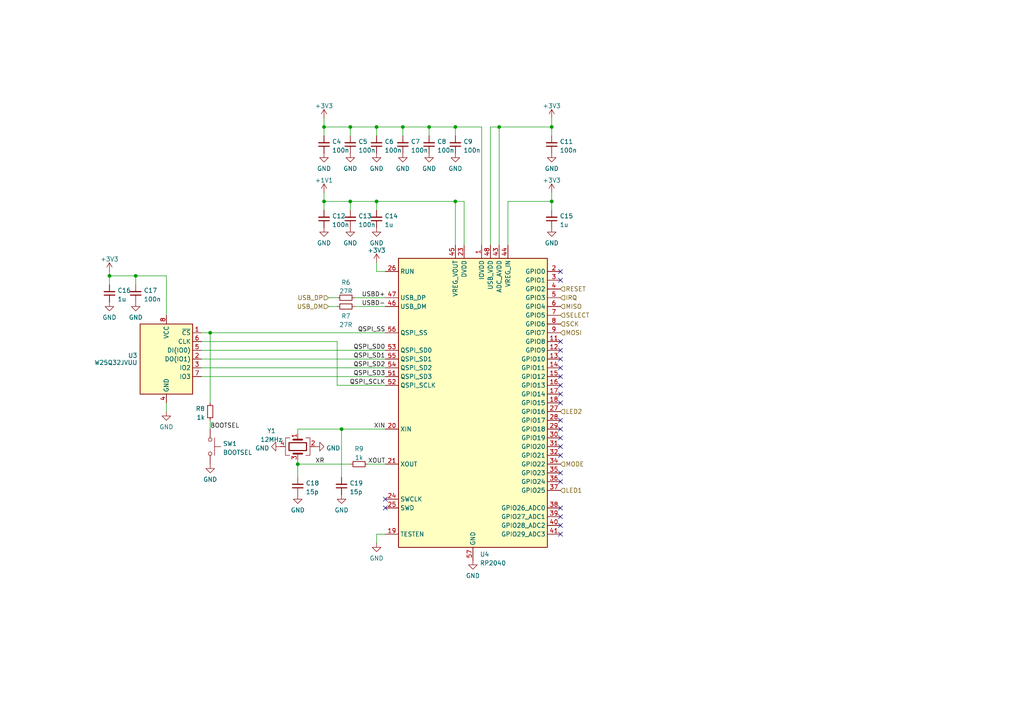
<source format=kicad_sch>
(kicad_sch (version 20230121) (generator eeschema)
  (paper "A4")
  (title_block (title "Bloop NFC Scanner") (date "${DATE}") (rev "${VERSION}"))
  (lib_symbols
    (symbol "Device:C_Small" (pin_numbers hide) (pin_names (offset 0.254) hide)
      (property "Reference" "C" (at 0.254 1.778 0))
      (property "Value" "C_Small" (at 0.254 -2.032 0))
      (symbol "C_Small_0_1"
        (polyline (pts (xy -1.524 -0.508) (xy 1.524 -0.508)) (stroke (width 0.3302)))
        (polyline (pts (xy -1.524 0.508) (xy 1.524 0.508)) (stroke (width 0.3048)))
      )
      (symbol "C_Small_1_1"
        (pin passive line (at 0 2.54 270) (length 2.032) (name "~") (number "1"))
        (pin passive line (at 0 -2.54 90) (length 2.032) (name "~") (number "2"))
      )
    )
    (symbol "Device:Crystal_GND24" (pin_names (offset 1.016) hide)
      (property "Reference" "Y" (at 3.175 5.08 0))
      (property "Value" "Crystal_GND24" (at 3.175 3.175 0))
      (symbol "Crystal_GND24_0_1"
        (rectangle (start -1.143 2.54) (end 1.143 -2.54) (stroke (width 0.3048)))
        (polyline (pts (xy -2.54 0) (xy -2.032 0)))
        (polyline (pts (xy -2.032 -1.27) (xy -2.032 1.27)) (stroke (width 0.508)))
        (polyline (pts (xy 0 -3.81) (xy 0 -3.556)))
        (polyline (pts (xy 0 3.556) (xy 0 3.81)))
        (polyline (pts (xy 2.032 -1.27) (xy 2.032 1.27)) (stroke (width 0.508)))
        (polyline (pts (xy 2.032 0) (xy 2.54 0)))
        (polyline (pts (xy -2.54 -2.286) (xy -2.54 -3.556) (xy 2.54 -3.556) (xy 2.54 -2.286)))
        (polyline (pts (xy -2.54 2.286) (xy -2.54 3.556) (xy 2.54 3.556) (xy 2.54 2.286)))
      )
      (symbol "Crystal_GND24_1_1"
        (pin passive line (at -3.81 0 0) (length 1.27) (name "1") (number "1"))
        (pin passive line (at 0 5.08 270) (length 1.27) (name "2") (number "2"))
        (pin passive line (at 3.81 0 180) (length 1.27) (name "3") (number "3"))
        (pin passive line (at 0 -5.08 90) (length 1.27) (name "4") (number "4"))
      )
    )
    (symbol "Device:R_Small" (pin_numbers hide) (pin_names (offset 0.254) hide)
      (property "Reference" "R" (at 0.762 0.508 0))
      (property "Value" "R_Small" (at 0.762 -1.016 0))
      (symbol "R_Small_0_1"
        (rectangle (start -0.762 1.778) (end 0.762 -1.778) (stroke (width 0.2032)))
      )
      (symbol "R_Small_1_1"
        (pin passive line (at 0 2.54 270) (length 0.762) (name "~") (number "1"))
        (pin passive line (at 0 -2.54 90) (length 0.762) (name "~") (number "2"))
      )
    )
    (symbol "MCU_RaspberryPi:RP2040"
      (property "Reference" "U" (at 17.78 45.72 0))
      (property "Value" "RP2040" (at 17.78 43.18 0))
      (symbol "RP2040_0_1"
        (rectangle (start -21.59 41.91) (end 21.59 -41.91) (stroke (width 0.254)) (fill (type background)))
      )
      (symbol "RP2040_1_1"
        (pin power_in line (at 2.54 45.72 270) (length 3.81) (name "IOVDD") (number "1"))
        (pin passive line (at 2.54 45.72 270) (length 3.81) hide (name "IOVDD") (number "10"))
        (pin bidirectional line (at 25.4 17.78 180) (length 3.81) (name "GPIO8") (number "11"))
        (pin bidirectional line (at 25.4 15.24 180) (length 3.81) (name "GPIO9") (number "12"))
        (pin bidirectional line (at 25.4 12.7 180) (length 3.81) (name "GPIO10") (number "13"))
        (pin bidirectional line (at 25.4 10.16 180) (length 3.81) (name "GPIO11") (number "14"))
        (pin bidirectional line (at 25.4 7.62 180) (length 3.81) (name "GPIO12") (number "15"))
        (pin bidirectional line (at 25.4 5.08 180) (length 3.81) (name "GPIO13") (number "16"))
        (pin bidirectional line (at 25.4 2.54 180) (length 3.81) (name "GPIO14") (number "17"))
        (pin bidirectional line (at 25.4 0 180) (length 3.81) (name "GPIO15") (number "18"))
        (pin input line (at -25.4 -38.1 0) (length 3.81) (name "TESTEN") (number "19"))
        (pin bidirectional line (at 25.4 38.1 180) (length 3.81) (name "GPIO0") (number "2"))
        (pin input line (at -25.4 -7.62 0) (length 3.81) (name "XIN") (number "20"))
        (pin passive line (at -25.4 -17.78 0) (length 3.81) (name "XOUT") (number "21"))
        (pin passive line (at 2.54 45.72 270) (length 3.81) hide (name "IOVDD") (number "22"))
        (pin power_in line (at -2.54 45.72 270) (length 3.81) (name "DVDD") (number "23"))
        (pin input line (at -25.4 -27.94 0) (length 3.81) (name "SWCLK") (number "24"))
        (pin bidirectional line (at -25.4 -30.48 0) (length 3.81) (name "SWD") (number "25"))
        (pin input line (at -25.4 38.1 0) (length 3.81) (name "RUN") (number "26"))
        (pin bidirectional line (at 25.4 -2.54 180) (length 3.81) (name "GPIO16") (number "27"))
        (pin bidirectional line (at 25.4 -5.08 180) (length 3.81) (name "GPIO17") (number "28"))
        (pin bidirectional line (at 25.4 -7.62 180) (length 3.81) (name "GPIO18") (number "29"))
        (pin bidirectional line (at 25.4 35.56 180) (length 3.81) (name "GPIO1") (number "3"))
        (pin bidirectional line (at 25.4 -10.16 180) (length 3.81) (name "GPIO19") (number "30"))
        (pin bidirectional line (at 25.4 -12.7 180) (length 3.81) (name "GPIO20") (number "31"))
        (pin bidirectional line (at 25.4 -15.24 180) (length 3.81) (name "GPIO21") (number "32"))
        (pin passive line (at 2.54 45.72 270) (length 3.81) hide (name "IOVDD") (number "33"))
        (pin bidirectional line (at 25.4 -17.78 180) (length 3.81) (name "GPIO22") (number "34"))
        (pin bidirectional line (at 25.4 -20.32 180) (length 3.81) (name "GPIO23") (number "35"))
        (pin bidirectional line (at 25.4 -22.86 180) (length 3.81) (name "GPIO24") (number "36"))
        (pin bidirectional line (at 25.4 -25.4 180) (length 3.81) (name "GPIO25") (number "37"))
        (pin bidirectional line (at 25.4 -30.48 180) (length 3.81) (name "GPIO26_ADC0") (number "38"))
        (pin bidirectional line (at 25.4 -33.02 180) (length 3.81) (name "GPIO27_ADC1") (number "39"))
        (pin bidirectional line (at 25.4 33.02 180) (length 3.81) (name "GPIO2") (number "4"))
        (pin bidirectional line (at 25.4 -35.56 180) (length 3.81) (name "GPIO28_ADC2") (number "40"))
        (pin bidirectional line (at 25.4 -38.1 180) (length 3.81) (name "GPIO29_ADC3") (number "41"))
        (pin passive line (at 2.54 45.72 270) (length 3.81) hide (name "IOVDD") (number "42"))
        (pin power_in line (at 7.62 45.72 270) (length 3.81) (name "ADC_AVDD") (number "43"))
        (pin power_in line (at 10.16 45.72 270) (length 3.81) (name "VREG_IN") (number "44"))
        (pin power_out line (at -5.08 45.72 270) (length 3.81) (name "VREG_VOUT") (number "45"))
        (pin bidirectional line (at -25.4 27.94 0) (length 3.81) (name "USB_DM") (number "46"))
        (pin bidirectional line (at -25.4 30.48 0) (length 3.81) (name "USB_DP") (number "47"))
        (pin power_in line (at 5.08 45.72 270) (length 3.81) (name "USB_VDD") (number "48"))
        (pin passive line (at 2.54 45.72 270) (length 3.81) hide (name "IOVDD") (number "49"))
        (pin bidirectional line (at 25.4 30.48 180) (length 3.81) (name "GPIO3") (number "5"))
        (pin passive line (at -2.54 45.72 270) (length 3.81) hide (name "DVDD") (number "50"))
        (pin bidirectional line (at -25.4 7.62 0) (length 3.81) (name "QSPI_SD3") (number "51"))
        (pin output line (at -25.4 5.08 0) (length 3.81) (name "QSPI_SCLK") (number "52"))
        (pin bidirectional line (at -25.4 15.24 0) (length 3.81) (name "QSPI_SD0") (number "53"))
        (pin bidirectional line (at -25.4 10.16 0) (length 3.81) (name "QSPI_SD2") (number "54"))
        (pin bidirectional line (at -25.4 12.7 0) (length 3.81) (name "QSPI_SD1") (number "55"))
        (pin bidirectional line (at -25.4 20.32 0) (length 3.81) (name "QSPI_SS") (number "56"))
        (pin power_in line (at 0 -45.72 90) (length 3.81) (name "GND") (number "57"))
        (pin bidirectional line (at 25.4 27.94 180) (length 3.81) (name "GPIO4") (number "6"))
        (pin bidirectional line (at 25.4 25.4 180) (length 3.81) (name "GPIO5") (number "7"))
        (pin bidirectional line (at 25.4 22.86 180) (length 3.81) (name "GPIO6") (number "8"))
        (pin bidirectional line (at 25.4 20.32 180) (length 3.81) (name "GPIO7") (number "9"))
      )
    )
    (symbol "Memory_Flash:W25Q32JVSS"
      (property "Reference" "U" (at -6.35 11.43 0))
      (property "Value" "W25Q32JVSS" (at 7.62 11.43 0))
      (symbol "W25Q32JVSS_0_1"
        (rectangle (start -7.62 10.16) (end 7.62 -10.16) (stroke (width 0.254)) (fill (type background)))
      )
      (symbol "W25Q32JVSS_1_1"
        (pin input line (at -10.16 7.62 0) (length 2.54) (name "~{CS}") (number "1"))
        (pin bidirectional line (at -10.16 0 0) (length 2.54) (name "DO(IO1)") (number "2"))
        (pin bidirectional line (at -10.16 -2.54 0) (length 2.54) (name "IO2") (number "3"))
        (pin power_in line (at 0 -12.7 90) (length 2.54) (name "GND") (number "4"))
        (pin bidirectional line (at -10.16 2.54 0) (length 2.54) (name "DI(IO0)") (number "5"))
        (pin input line (at -10.16 5.08 0) (length 2.54) (name "CLK") (number "6"))
        (pin bidirectional line (at -10.16 -5.08 0) (length 2.54) (name "IO3") (number "7"))
        (pin power_in line (at 0 12.7 270) (length 2.54) (name "VCC") (number "8"))
      )
    )
    (symbol "Switch:SW_Push" (pin_numbers hide) (pin_names (offset 1.016) hide)
      (property "Reference" "SW" (at 1.27 2.54 0))
      (property "Value" "SW_Push" (at 0 -1.524 0))
      (symbol "SW_Push_0_1"
        (circle (center -2.032 0) (radius 0.508))
        (polyline (pts (xy 0 1.27) (xy 0 3.048)))
        (polyline (pts (xy 2.54 1.27) (xy -2.54 1.27)))
        (circle (center 2.032 0) (radius 0.508))
        (pin passive line (at -5.08 0 0) (length 2.54) (name "1") (number "1"))
        (pin passive line (at 5.08 0 180) (length 2.54) (name "2") (number "2"))
      )
    )
    (symbol "power:+1V1" (power) (pin_names (offset 0))
      (property "Value" "+1V1" (at 0 3.556 0))
      (symbol "+1V1_0_1"
        (polyline (pts (xy -0.762 1.27) (xy 0 2.54)))
        (polyline (pts (xy 0 0) (xy 0 2.54)))
        (polyline (pts (xy 0 2.54) (xy 0.762 1.27)))
      )
      (symbol "+1V1_1_1"
        (pin power_in line (at 0 0 90) (length 0) hide (name "+1V1") (number "1"))
      )
    )
    (symbol "power:+3V3" (power) (pin_names (offset 0))
      (property "Value" "+3V3" (at 0 3.556 0))
      (symbol "+3V3_0_1"
        (polyline (pts (xy -0.762 1.27) (xy 0 2.54)))
        (polyline (pts (xy 0 0) (xy 0 2.54)))
        (polyline (pts (xy 0 2.54) (xy 0.762 1.27)))
      )
      (symbol "+3V3_1_1"
        (pin power_in line (at 0 0 90) (length 0) hide (name "+3V3") (number "1"))
      )
    )
    (symbol "power:GND" (power) (pin_names (offset 0))
      (property "Value" "GND" (at 0 -3.81 0))
      (symbol "GND_0_1"
        (polyline (pts (xy 0 0) (xy 0 -1.27) (xy 1.27 -1.27) (xy 0 -2.54) (xy -1.27 -1.27) (xy 0 -1.27)))
      )
      (symbol "GND_1_1"
        (pin power_in line (at 0 0 270) (length 0) hide (name "GND") (number "1"))
      )
    )
  )
  (junction (at 160.02 36.83))
  (junction (at 93.98 36.83))
  (junction (at 144.78 36.83))
  (junction (at 132.08 58.42))
  (junction (at 93.98 58.42))
  (junction (at 101.6 58.42))
  (junction (at 39.37 80.01))
  (junction (at 60.96 96.52))
  (junction (at 109.22 36.83))
  (junction (at 99.06 124.46))
  (junction (at 101.6 36.83))
  (junction (at 116.84 36.83))
  (junction (at 124.46 36.83))
  (junction (at 109.22 58.42))
  (junction (at 86.36 134.62))
  (junction (at 160.02 58.42))
  (junction (at 132.08 36.83))
  (junction (at 31.75 80.01))
  (no_connect (at 111.76 144.78))
  (no_connect (at 162.56 137.16))
  (no_connect (at 162.56 99.06))
  (no_connect (at 162.56 154.94))
  (no_connect (at 162.56 152.4))
  (no_connect (at 162.56 139.7))
  (no_connect (at 162.56 121.92))
  (no_connect (at 162.56 147.32))
  (no_connect (at 162.56 111.76))
  (no_connect (at 162.56 127))
  (no_connect (at 162.56 149.86))
  (no_connect (at 162.56 124.46))
  (no_connect (at 162.56 104.14))
  (no_connect (at 162.56 116.84))
  (no_connect (at 162.56 109.22))
  (no_connect (at 162.56 78.74))
  (no_connect (at 162.56 129.54))
  (no_connect (at 162.56 132.08))
  (no_connect (at 162.56 81.28))
  (no_connect (at 162.56 106.68))
  (no_connect (at 162.56 101.6))
  (no_connect (at 111.76 147.32))
  (no_connect (at 162.56 114.3))
  (wire (pts (xy 142.24 36.83) (xy 142.24 71.12)))
  (wire (pts (xy 99.06 124.46) (xy 86.36 124.46)))
  (wire (pts (xy 31.75 80.01) (xy 39.37 80.01)))
  (wire (pts (xy 144.78 36.83) (xy 144.78 71.12)))
  (wire (pts (xy 58.42 109.22) (xy 111.76 109.22)))
  (wire (pts (xy 142.24 36.83) (xy 144.78 36.83)))
  (wire (pts (xy 111.76 124.46) (xy 99.06 124.46)))
  (wire (pts (xy 93.98 34.29) (xy 93.98 36.83)))
  (wire (pts (xy 58.42 104.14) (xy 111.76 104.14)))
  (wire (pts (xy 139.7 71.12) (xy 139.7 36.83)))
  (wire (pts (xy 86.36 134.62) (xy 101.6 134.62)))
  (wire (pts (xy 132.08 58.42) (xy 132.08 71.12)))
  (wire (pts (xy 93.98 58.42) (xy 101.6 58.42)))
  (wire (pts (xy 58.42 101.6) (xy 111.76 101.6)))
  (wire (pts (xy 160.02 34.29) (xy 160.02 36.83)))
  (wire (pts (xy 93.98 55.88) (xy 93.98 58.42)))
  (wire (pts (xy 101.6 36.83) (xy 101.6 39.37)))
  (wire (pts (xy 109.22 36.83) (xy 116.84 36.83)))
  (wire (pts (xy 101.6 36.83) (xy 109.22 36.83)))
  (wire (pts (xy 97.79 111.76) (xy 111.76 111.76)))
  (wire (pts (xy 111.76 154.94) (xy 109.22 154.94)))
  (wire (pts (xy 101.6 60.96) (xy 101.6 58.42)))
  (wire (pts (xy 93.98 36.83) (xy 101.6 36.83)))
  (wire (pts (xy 102.87 88.9) (xy 111.76 88.9)))
  (wire (pts (xy 109.22 154.94) (xy 109.22 157.48)))
  (wire (pts (xy 31.75 78.74) (xy 31.75 80.01)))
  (wire (pts (xy 95.25 86.36) (xy 97.79 86.36)))
  (wire (pts (xy 109.22 58.42) (xy 109.22 60.96)))
  (wire (pts (xy 39.37 80.01) (xy 39.37 82.55)))
  (wire (pts (xy 60.96 96.52) (xy 111.76 96.52)))
  (wire (pts (xy 134.62 58.42) (xy 134.62 71.12)))
  (wire (pts (xy 132.08 36.83) (xy 132.08 39.37)))
  (wire (pts (xy 144.78 36.83) (xy 160.02 36.83)))
  (wire (pts (xy 60.96 121.92) (xy 60.96 124.46)))
  (wire (pts (xy 58.42 99.06) (xy 97.79 99.06)))
  (wire (pts (xy 132.08 58.42) (xy 109.22 58.42)))
  (wire (pts (xy 116.84 36.83) (xy 116.84 39.37)))
  (wire (pts (xy 93.98 60.96) (xy 93.98 58.42)))
  (wire (pts (xy 109.22 36.83) (xy 109.22 39.37)))
  (wire (pts (xy 147.32 58.42) (xy 160.02 58.42)))
  (wire (pts (xy 48.26 80.01) (xy 48.26 91.44)))
  (wire (pts (xy 106.68 134.62) (xy 111.76 134.62)))
  (wire (pts (xy 48.26 116.84) (xy 48.26 119.38)))
  (wire (pts (xy 97.79 99.06) (xy 97.79 111.76)))
  (wire (pts (xy 58.42 96.52) (xy 60.96 96.52)))
  (wire (pts (xy 116.84 36.83) (xy 124.46 36.83)))
  (wire (pts (xy 31.75 82.55) (xy 31.75 80.01)))
  (wire (pts (xy 95.25 88.9) (xy 97.79 88.9)))
  (wire (pts (xy 132.08 36.83) (xy 139.7 36.83)))
  (wire (pts (xy 109.22 78.74) (xy 111.76 78.74)))
  (wire (pts (xy 160.02 58.42) (xy 160.02 60.96)))
  (wire (pts (xy 48.26 80.01) (xy 39.37 80.01)))
  (wire (pts (xy 86.36 124.46) (xy 86.36 125.73)))
  (wire (pts (xy 160.02 55.88) (xy 160.02 58.42)))
  (wire (pts (xy 93.98 39.37) (xy 93.98 36.83)))
  (wire (pts (xy 124.46 36.83) (xy 132.08 36.83)))
  (wire (pts (xy 86.36 134.62) (xy 86.36 133.35)))
  (wire (pts (xy 58.42 106.68) (xy 111.76 106.68)))
  (wire (pts (xy 101.6 58.42) (xy 109.22 58.42)))
  (wire (pts (xy 147.32 71.12) (xy 147.32 58.42)))
  (wire (pts (xy 60.96 96.52) (xy 60.96 116.84)))
  (wire (pts (xy 86.36 134.62) (xy 86.36 138.43)))
  (wire (pts (xy 102.87 86.36) (xy 111.76 86.36)))
  (wire (pts (xy 160.02 39.37) (xy 160.02 36.83)))
  (wire (pts (xy 109.22 76.2) (xy 109.22 78.74)))
  (wire (pts (xy 99.06 124.46) (xy 99.06 138.43)))
  (wire (pts (xy 124.46 36.83) (xy 124.46 39.37)))
  (wire (pts (xy 134.62 58.42) (xy 132.08 58.42)))
  (label "QSPI_SD3" (at 111.76 109.22 180))
  (label "QSPI_SD0" (at 111.76 101.6 180))
  (label "XIN" (at 111.76 124.46 180))
  (label "USBD-" (at 111.76 88.9 180))
  (label "QSPI_SD1" (at 111.76 104.14 180))
  (label "QSPI_SD2" (at 111.76 106.68 180))
  (label "QSPI_SS" (at 111.76 96.52 180))
  (label "QSPI_SCLK" (at 111.76 111.76 180))
  (label "USBD+" (at 111.76 86.36 180))
  (label "XR" (at 91.44 134.62 0))
  (label "BOOTSEL" (at 60.96 124.46 0))
  (label "XOUT" (at 111.76 134.62 180))
  (hierarchical_label "USB_DM" (shape input) (at 95.25 88.9 180))
  (hierarchical_label "MODE" (shape input) (at 162.56 134.62 0))
  (hierarchical_label "SELECT" (shape input) (at 162.56 91.44 0))
  (hierarchical_label "RESET" (shape input) (at 162.56 83.82 0))
  (hierarchical_label "LED1" (shape input) (at 162.56 142.24 0))
  (hierarchical_label "LED2" (shape input) (at 162.56 119.38 0))
  (hierarchical_label "MOSI" (shape input) (at 162.56 96.52 0))
  (hierarchical_label "IRQ" (shape input) (at 162.56 86.36 0))
  (hierarchical_label "SCK" (shape input) (at 162.56 93.98 0))
  (hierarchical_label "MISO" (shape input) (at 162.56 88.9 0))
  (hierarchical_label "USB_DP" (shape input) (at 95.25 86.36 180))
  (symbol (lib_id "MCU_RaspberryPi:RP2040") (at 137.16 116.84 0) (unit 1)
    (property "Reference" "U4" (at 139.1794 160.7804 0) (effects (justify left)))
    (property "Value" "RP2040" (at 139.1794 163.3173 0) (effects (justify left)))
    (property "Footprint" "Package_DFN_QFN:QFN-56-1EP_7x7mm_P0.4mm_EP3.2x3.2mm" (effects hide))
    (property "Datasheet" "https://datasheets.raspberrypi.com/rp2040/rp2040-datasheet.pdf" (effects hide))
    (property "LCSC" "C2040" (effects hide))
  )
  (symbol (lib_id "power:+3V3") (at 109.22 76.2 0) (unit 1)
    (property "Reference" "#PWR0122" (effects hide))
    (property "Value" "+3V3" (at 109.22 72.6242 0))
  )
  (symbol (lib_id "Device:C_Small") (at 160.02 63.5 180) (unit 1)
    (property "Reference" "C15" (at 162.3441 62.6589 0) (effects (justify right)))
    (property "Value" "1u" (at 162.3441 65.1958 0) (effects (justify right)))
    (property "Footprint" "Capacitor_SMD:C_0402_1005Metric" (effects hide))
    (property "LCSC" "C52923" (effects hide))
  )
  (symbol (lib_id "power:GND") (at 160.02 44.45 0) (unit 1)
    (property "Reference" "#PWR0106" (effects hide))
    (property "Value" "GND" (at 160.02 48.8934 0))
  )
  (symbol (lib_id "Device:C_Small") (at 93.98 41.91 180) (unit 1)
    (property "Reference" "C4" (at 96.3041 41.0689 0) (effects (justify right)))
    (property "Value" "100n" (at 96.3041 43.6058 0) (effects (justify right)))
    (property "Footprint" "Capacitor_SMD:C_0402_1005Metric" (effects hide))
    (property "LCSC" "C1525" (effects hide))
  )
  (symbol (lib_id "Device:Crystal_GND24") (at 86.36 129.54 270) (unit 1)
    (property "Reference" "Y1" (at 78.7211 124.9511 90))
    (property "Value" "12MHz" (at 78.7211 127.488 90))
    (property "Footprint" "Crystal:Crystal_SMD_3225-4Pin_3.2x2.5mm" (effects hide))
    (property "LCSC" "C9002" (effects hide))
  )
  (symbol (lib_id "Device:C_Small") (at 116.84 41.91 180) (unit 1)
    (property "Reference" "C7" (at 119.1641 41.0689 0) (effects (justify right)))
    (property "Value" "100n" (at 119.1641 43.6058 0) (effects (justify right)))
    (property "Footprint" "Capacitor_SMD:C_0402_1005Metric" (effects hide))
    (property "LCSC" "C1525" (effects hide))
  )
  (symbol (lib_id "Memory_Flash:W25Q32JVSS") (at 48.26 104.14 0) (mirror y) (unit 1)
    (property "Reference" "U3" (at 39.8781 103.116 0) (effects (justify left)))
    (property "Value" "W25Q32JVUU" (at 39.8781 105.164 0) (effects (justify left)))
    (property "Footprint" "My_Footprints:USON8 (3x4)" (effects hide))
    (property "Datasheet" "http://www.winbond.com/resource-files/w25q32jv%20revg%2003272018%20plus.pdf" (effects hide))
    (property "LCSC" "C2999380" (effects hide))
  )
  (symbol (lib_id "Device:C_Small") (at 160.02 41.91 180) (unit 1)
    (property "Reference" "C11" (at 162.3441 41.0689 0) (effects (justify right)))
    (property "Value" "100n" (at 162.3441 43.6058 0) (effects (justify right)))
    (property "Footprint" "Capacitor_SMD:C_0402_1005Metric" (effects hide))
    (property "LCSC" "C1525" (effects hide))
  )
  (symbol (lib_id "Device:C_Small") (at 99.06 140.97 180) (unit 1)
    (property "Reference" "C19" (at 101.3841 140.1289 0) (effects (justify right)))
    (property "Value" "15p" (at 101.3841 142.6658 0) (effects (justify right)))
    (property "Footprint" "Capacitor_SMD:C_0402_1005Metric" (effects hide))
    (property "LCSC" "C1548" (effects hide))
  )
  (symbol (lib_id "power:GND") (at 137.16 162.56 0) (unit 1)
    (property "Reference" "#PWR0130" (effects hide))
    (property "Value" "GND" (at 137.16 167.0034 0))
  )
  (symbol (lib_id "power:GND") (at 116.84 44.45 0) (unit 1)
    (property "Reference" "#PWR0117" (effects hide))
    (property "Value" "GND" (at 116.84 48.8934 0))
  )
  (symbol (lib_id "Device:R_Small") (at 104.14 134.62 90) (unit 1)
    (property "Reference" "R9" (at 104.14 130.1836 90))
    (property "Value" "1k" (at 104.14 132.7205 90))
    (property "Footprint" "Resistor_SMD:R_0402_1005Metric" (effects hide))
    (property "LCSC" "C11702" (effects hide))
  )
  (symbol (lib_id "power:GND") (at 60.96 134.62 0) (unit 1)
    (property "Reference" "#PWR0121" (effects hide))
    (property "Value" "GND" (at 60.96 139.0634 0))
  )
  (symbol (lib_id "power:GND") (at 109.22 157.48 0) (unit 1)
    (property "Reference" "#PWR0129" (effects hide))
    (property "Value" "GND" (at 109.22 161.9234 0))
  )
  (symbol (lib_id "Device:C_Small") (at 109.22 41.91 180) (unit 1)
    (property "Reference" "C6" (at 111.5441 41.0689 0) (effects (justify right)))
    (property "Value" "100n" (at 111.5441 43.6058 0) (effects (justify right)))
    (property "Footprint" "Capacitor_SMD:C_0402_1005Metric" (effects hide))
    (property "LCSC" "C1525" (effects hide))
  )
  (symbol (lib_id "Device:C_Small") (at 93.98 63.5 180) (unit 1)
    (property "Reference" "C12" (at 96.3041 62.6589 0) (effects (justify right)))
    (property "Value" "100n" (at 96.3041 65.1958 0) (effects (justify right)))
    (property "Footprint" "Capacitor_SMD:C_0402_1005Metric" (effects hide))
    (property "LCSC" "C1525" (effects hide))
  )
  (symbol (lib_id "Device:C_Small") (at 31.75 85.09 180) (unit 1)
    (property "Reference" "C16" (at 34.0741 84.2489 0) (effects (justify right)))
    (property "Value" "1u" (at 34.0741 86.7858 0) (effects (justify right)))
    (property "Footprint" "Capacitor_SMD:C_0402_1005Metric" (effects hide))
    (property "LCSC" "C52923" (effects hide))
  )
  (symbol (lib_id "Device:C_Small") (at 124.46 41.91 180) (unit 1)
    (property "Reference" "C8" (at 126.7841 41.0689 0) (effects (justify right)))
    (property "Value" "100n" (at 126.7841 43.6058 0) (effects (justify right)))
    (property "Footprint" "Capacitor_SMD:C_0402_1005Metric" (effects hide))
    (property "LCSC" "C1525" (effects hide))
  )
  (symbol (lib_id "Device:R_Small") (at 60.96 119.38 180) (unit 1)
    (property "Reference" "R8" (at 59.4614 118.5453 0) (effects (justify left)))
    (property "Value" "1k" (at 59.4614 121.0822 0) (effects (justify left)))
    (property "Footprint" "Resistor_SMD:R_0402_1005Metric" (effects hide))
    (property "LCSC" "C11702" (effects hide))
  )
  (symbol (lib_id "power:GND") (at 31.75 87.63 0) (unit 1)
    (property "Reference" "#PWR0123" (effects hide))
    (property "Value" "GND" (at 31.75 92.0734 0))
  )
  (symbol (lib_id "power:+1V1") (at 93.98 55.88 0) (unit 1)
    (property "Reference" "#PWR0114" (effects hide))
    (property "Value" "+1V1" (at 93.98 52.3042 0))
  )
  (symbol (lib_id "power:GND") (at 86.36 143.51 0) (unit 1)
    (property "Reference" "#PWR0128" (effects hide))
    (property "Value" "GND" (at 86.36 147.9534 0))
  )
  (symbol (lib_id "power:GND") (at 81.28 129.54 270) (unit 1)
    (property "Reference" "#PWR0125" (effects hide))
    (property "Value" "GND" (at 78.1051 129.9738 90) (effects (justify right)))
  )
  (symbol (lib_id "power:GND") (at 48.26 119.38 0) (unit 1)
    (property "Reference" "#PWR0119" (effects hide))
    (property "Value" "GND" (at 48.26 123.8234 0))
  )
  (symbol (lib_id "power:+3V3") (at 93.98 34.29 0) (unit 1)
    (property "Reference" "#PWR0116" (effects hide))
    (property "Value" "+3V3" (at 93.98 30.7142 0))
  )
  (symbol (lib_id "power:GND") (at 132.08 44.45 0) (unit 1)
    (property "Reference" "#PWR0108" (effects hide))
    (property "Value" "GND" (at 132.08 48.8934 0))
  )
  (symbol (lib_id "power:GND") (at 101.6 66.04 0) (unit 1)
    (property "Reference" "#PWR0109" (effects hide))
    (property "Value" "GND" (at 101.6 70.4834 0))
  )
  (symbol (lib_id "power:GND") (at 160.02 66.04 0) (unit 1)
    (property "Reference" "#PWR0102" (effects hide))
    (property "Value" "GND" (at 160.02 70.4834 0))
  )
  (symbol (lib_id "power:GND") (at 124.46 44.45 0) (unit 1)
    (property "Reference" "#PWR0118" (effects hide))
    (property "Value" "GND" (at 124.46 48.8934 0))
  )
  (symbol (lib_id "power:GND") (at 93.98 44.45 0) (unit 1)
    (property "Reference" "#PWR0115" (effects hide))
    (property "Value" "GND" (at 93.98 48.8934 0))
  )
  (symbol (lib_id "Switch:SW_Push") (at 60.96 129.54 270) (unit 1)
    (property "Reference" "SW1" (at 64.643 128.7053 90) (effects (justify left)))
    (property "Value" "BOOTSEL" (at 64.643 131.2422 90) (effects (justify left)))
    (property "Footprint" "Button_Switch_SMD:SW_SPST_TL3342" (effects hide))
    (property "LCSC" "C318884" (effects hide))
  )
  (symbol (lib_id "Device:R_Small") (at 100.33 86.36 90) (unit 1)
    (property "Reference" "R6" (at 100.33 81.9236 90))
    (property "Value" "27R" (at 100.33 84.4605 90))
    (property "Footprint" "Resistor_SMD:R_0402_1005Metric" (effects hide))
    (property "LCSC" "C25100" (effects hide))
  )
  (symbol (lib_id "Device:C_Small") (at 101.6 41.91 180) (unit 1)
    (property "Reference" "C5" (at 103.9241 41.0689 0) (effects (justify right)))
    (property "Value" "100n" (at 103.9241 43.6058 0) (effects (justify right)))
    (property "Footprint" "Capacitor_SMD:C_0402_1005Metric" (effects hide))
    (property "LCSC" "C1525" (effects hide))
  )
  (symbol (lib_id "power:GND") (at 91.44 129.54 90) (unit 1)
    (property "Reference" "#PWR0126" (effects hide))
    (property "Value" "GND" (at 94.615 129.9738 90) (effects (justify right)))
  )
  (symbol (lib_id "Device:C_Small") (at 39.37 85.09 180) (unit 1)
    (property "Reference" "C17" (at 41.6941 84.2489 0) (effects (justify right)))
    (property "Value" "100n" (at 41.6941 86.7858 0) (effects (justify right)))
    (property "Footprint" "Capacitor_SMD:C_0402_1005Metric" (effects hide))
    (property "LCSC" "C1525" (effects hide))
  )
  (symbol (lib_id "power:GND") (at 39.37 87.63 0) (unit 1)
    (property "Reference" "#PWR0120" (effects hide))
    (property "Value" "GND" (at 39.37 92.0734 0))
  )
  (symbol (lib_id "Device:C_Small") (at 86.36 140.97 180) (unit 1)
    (property "Reference" "C18" (at 88.6841 140.1289 0) (effects (justify right)))
    (property "Value" "15p" (at 88.6841 142.6658 0) (effects (justify right)))
    (property "Footprint" "Capacitor_SMD:C_0402_1005Metric" (effects hide))
    (property "LCSC" "C1548" (effects hide))
  )
  (symbol (lib_id "power:+3V3") (at 160.02 55.88 0) (unit 1)
    (property "Reference" "#PWR0101" (effects hide))
    (property "Value" "+3V3" (at 160.02 52.3042 0))
  )
  (symbol (lib_id "power:GND") (at 109.22 44.45 0) (unit 1)
    (property "Reference" "#PWR0112" (effects hide))
    (property "Value" "GND" (at 109.22 48.8934 0))
  )
  (symbol (lib_id "Device:C_Small") (at 101.6 63.5 180) (unit 1)
    (property "Reference" "C13" (at 103.9241 62.6589 0) (effects (justify right)))
    (property "Value" "100n" (at 103.9241 65.1958 0) (effects (justify right)))
    (property "Footprint" "Capacitor_SMD:C_0402_1005Metric" (effects hide))
    (property "LCSC" "C1525" (effects hide))
  )
  (symbol (lib_id "Device:C_Small") (at 109.22 63.5 180) (unit 1)
    (property "Reference" "C14" (at 111.5441 62.6589 0) (effects (justify right)))
    (property "Value" "1u" (at 111.5441 65.1958 0) (effects (justify right)))
    (property "Footprint" "Capacitor_SMD:C_0402_1005Metric" (effects hide))
    (property "LCSC" "C52923" (effects hide))
  )
  (symbol (lib_id "Device:R_Small") (at 100.33 88.9 90) (unit 1)
    (property "Reference" "R7" (at 100.33 91.667 90))
    (property "Value" "27R" (at 100.33 94.2039 90))
    (property "Footprint" "Resistor_SMD:R_0402_1005Metric" (effects hide))
    (property "LCSC" "C25100" (effects hide))
  )
  (symbol (lib_id "power:GND") (at 109.22 66.04 0) (unit 1)
    (property "Reference" "#PWR0110" (effects hide))
    (property "Value" "GND" (at 109.22 70.4834 0))
  )
  (symbol (lib_id "power:GND") (at 93.98 66.04 0) (unit 1)
    (property "Reference" "#PWR0111" (effects hide))
    (property "Value" "GND" (at 93.98 70.4834 0))
  )
  (symbol (lib_id "power:+3V3") (at 31.75 78.74 0) (unit 1)
    (property "Reference" "#PWR0124" (effects hide))
    (property "Value" "+3V3" (at 31.75 75.1642 0))
  )
  (symbol (lib_id "power:GND") (at 101.6 44.45 0) (unit 1)
    (property "Reference" "#PWR0113" (effects hide))
    (property "Value" "GND" (at 101.6 48.8934 0))
  )
  (symbol (lib_id "power:+3V3") (at 160.02 34.29 0) (unit 1)
    (property "Reference" "#PWR0103" (effects hide))
    (property "Value" "+3V3" (at 160.02 30.7142 0))
  )
  (symbol (lib_id "power:GND") (at 99.06 143.51 0) (unit 1)
    (property "Reference" "#PWR0127" (effects hide))
    (property "Value" "GND" (at 99.06 147.9534 0))
  )
  (symbol (lib_id "Device:C_Small") (at 132.08 41.91 180) (unit 1)
    (property "Reference" "C9" (at 134.4041 41.0689 0) (effects (justify right)))
    (property "Value" "100n" (at 134.4041 43.6058 0) (effects (justify right)))
    (property "Footprint" "Capacitor_SMD:C_0402_1005Metric" (effects hide))
    (property "LCSC" "C1525" (effects hide))
  )
)
</source>
